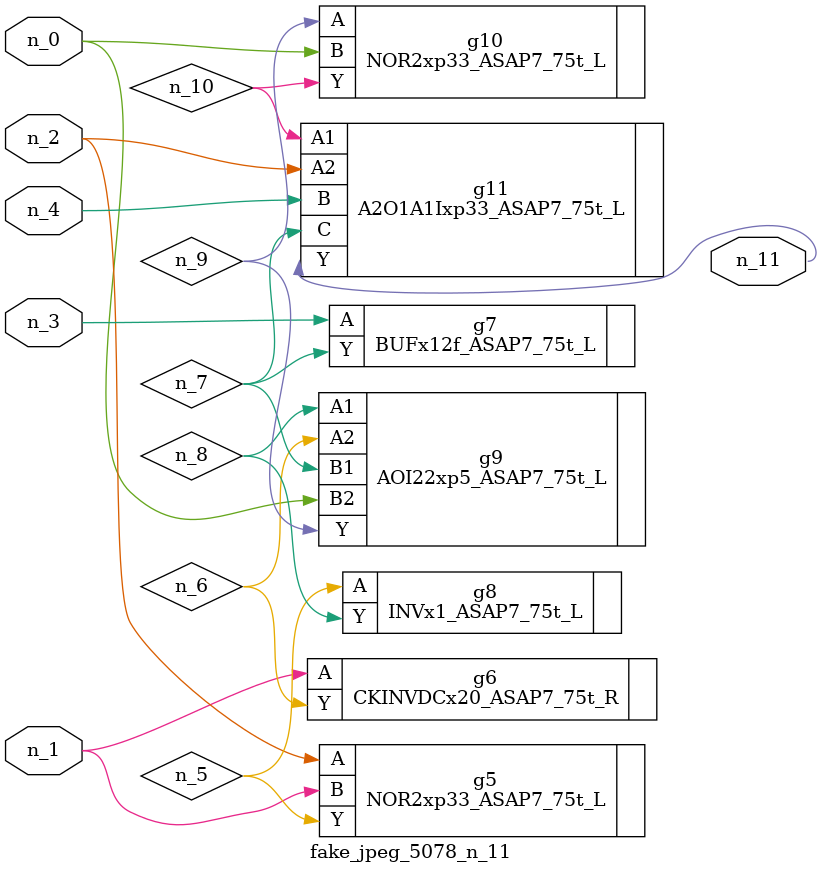
<source format=v>
module fake_jpeg_5078_n_11 (n_3, n_2, n_1, n_0, n_4, n_11);

input n_3;
input n_2;
input n_1;
input n_0;
input n_4;

output n_11;

wire n_10;
wire n_8;
wire n_9;
wire n_6;
wire n_5;
wire n_7;

NOR2xp33_ASAP7_75t_L g5 ( 
.A(n_2),
.B(n_1),
.Y(n_5)
);

CKINVDCx20_ASAP7_75t_R g6 ( 
.A(n_1),
.Y(n_6)
);

BUFx12f_ASAP7_75t_L g7 ( 
.A(n_3),
.Y(n_7)
);

INVx1_ASAP7_75t_L g8 ( 
.A(n_5),
.Y(n_8)
);

AOI22xp5_ASAP7_75t_L g9 ( 
.A1(n_8),
.A2(n_6),
.B1(n_7),
.B2(n_0),
.Y(n_9)
);

NOR2xp33_ASAP7_75t_L g10 ( 
.A(n_9),
.B(n_0),
.Y(n_10)
);

A2O1A1Ixp33_ASAP7_75t_L g11 ( 
.A1(n_10),
.A2(n_2),
.B(n_4),
.C(n_7),
.Y(n_11)
);


endmodule
</source>
